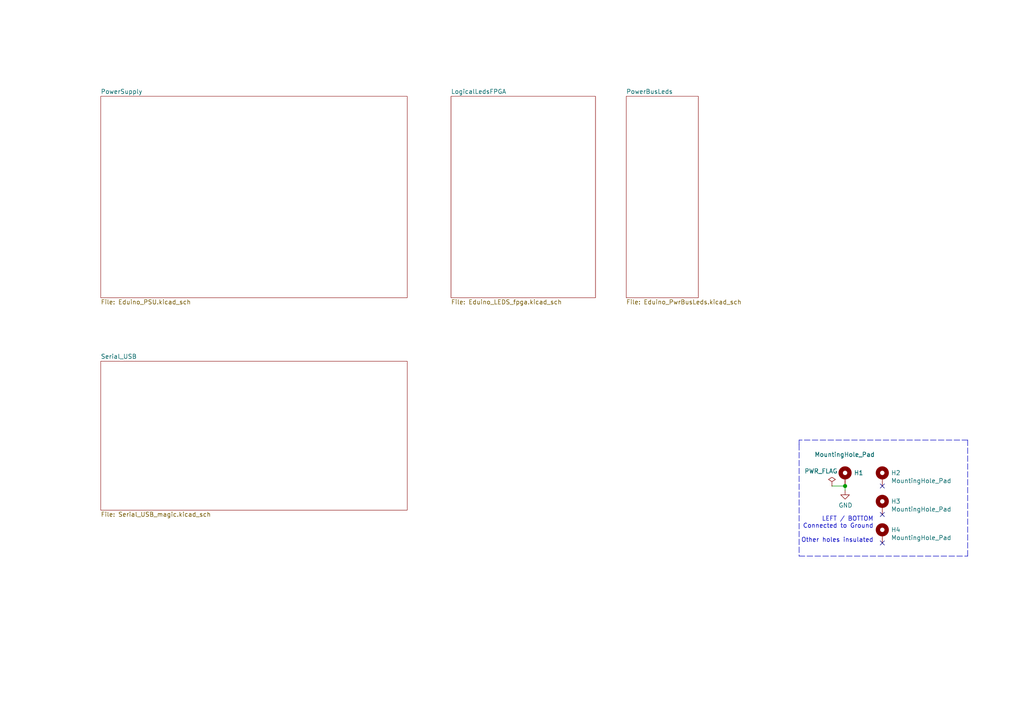
<source format=kicad_sch>
(kicad_sch (version 20210406) (generator eeschema)
  (paper "A4")
  (junction (at 245.11 140.97) (diameter 1.016))
  (junction (at 329.565 146.05) (diameter 1.016))
  (junction (at 338.455 146.05) (diameter 1.016))
  (junction (at 338.455 166.37) (diameter 1.016))
  (junction (at 360.045 220.98) (diameter 1.016))
  (junction (at 361.315 157.48) (diameter 1.016))
  (junction (at 391.16 185.42) (diameter 1.016))
  (junction (at 413.385 101.6) (diameter 1.016))
  (junction (at 424.18 224.155) (diameter 1.016))
  (junction (at 424.18 226.695) (diameter 1.016))
  (junction (at 424.18 229.235) (diameter 1.016))
  (junction (at 424.18 231.775) (diameter 1.016))
  (junction (at 424.18 234.315) (diameter 1.016))
  (junction (at 424.18 244.475) (diameter 1.016))
  (junction (at 424.18 247.015) (diameter 1.016))
  (junction (at 424.18 249.555) (diameter 1.016))
  (junction (at 424.18 252.095) (diameter 1.016))
  (junction (at 424.18 254.635) (diameter 1.016))
  (junction (at 424.18 257.175) (diameter 1.016))
  (junction (at 424.18 259.715) (diameter 1.016))
  (junction (at 428.625 220.98) (diameter 1.016))
  (junction (at 466.09 -13.97) (diameter 1.016))
  (junction (at 480.06 222.885) (diameter 1.016))
  (junction (at 480.06 226.695) (diameter 1.016))
  (junction (at 480.06 229.235) (diameter 1.016))
  (junction (at 480.06 231.775) (diameter 1.016))
  (junction (at 480.06 234.315) (diameter 1.016))
  (junction (at 480.06 247.015) (diameter 1.016))
  (junction (at 480.06 249.555) (diameter 1.016))
  (junction (at 480.06 252.095) (diameter 1.016))
  (junction (at 480.06 254.635) (diameter 1.016))
  (junction (at 480.06 257.175) (diameter 1.016))
  (junction (at 490.855 101.6) (diameter 1.016))
  (junction (at 542.29 -13.97) (diameter 1.016))
  (junction (at 554.355 136.525) (diameter 1.016))
  (no_connect (at 255.905 140.97))
  (no_connect (at 255.905 149.225))
  (no_connect (at 255.905 157.48))
  (no_connect (at 401.955 149.86))
  (no_connect (at 401.955 152.4))
  (no_connect (at 401.955 154.94))
  (no_connect (at 401.955 160.02))
  (no_connect (at 401.955 162.56))
  (no_connect (at 453.39 11.43))
  (no_connect (at 453.39 13.97))
  (no_connect (at 453.39 16.51))
  (no_connect (at 453.39 19.05))
  (no_connect (at 453.39 21.59))
  (no_connect (at 453.39 24.13))
  (no_connect (at 453.39 26.67))
  (no_connect (at 453.39 29.21))
  (no_connect (at 453.39 31.75))
  (no_connect (at 453.39 34.29))
  (no_connect (at 453.39 36.83))
  (no_connect (at 453.39 39.37))
  (no_connect (at 453.39 41.91))
  (no_connect (at 453.39 44.45))
  (no_connect (at 453.39 46.99))
  (no_connect (at 453.39 49.53))
  (no_connect (at 453.39 52.07))
  (no_connect (at 453.39 54.61))
  (no_connect (at 453.39 57.15))
  (no_connect (at 453.39 59.69))
  (no_connect (at 453.39 62.23))
  (no_connect (at 453.39 64.77))
  (no_connect (at 453.39 67.31))
  (no_connect (at 453.39 69.85))
  (no_connect (at 453.39 72.39))
  (no_connect (at 503.555 124.46))
  (no_connect (at 503.555 127))
  (no_connect (at 503.555 129.54))
  (no_connect (at 503.555 132.08))
  (no_connect (at 503.555 134.62))
  (no_connect (at 503.555 137.16))
  (no_connect (at 503.555 139.7))
  (no_connect (at 503.555 142.24))
  (no_connect (at 503.555 144.78))
  (no_connect (at 503.555 147.32))
  (no_connect (at 503.555 149.86))
  (no_connect (at 503.555 152.4))
  (no_connect (at 503.555 154.94))
  (no_connect (at 503.555 157.48))
  (no_connect (at 503.555 160.02))
  (no_connect (at 503.555 162.56))
  (no_connect (at 503.555 165.1))
  (no_connect (at 503.555 167.64))
  (no_connect (at 554.99 8.89))
  (no_connect (at 554.99 11.43))
  (wire (pts (xy 25.4 246.38) (xy 27.94 246.38)))
  (wire (pts (xy 25.4 248.92) (xy 27.94 248.92)))
  (wire (pts (xy 25.4 251.46) (xy 27.94 251.46)))
  (wire (pts (xy 25.4 254) (xy 27.94 254)))
  (wire (pts (xy 25.4 256.54) (xy 27.94 256.54)))
  (wire (pts (xy 25.4 267.97) (xy 27.94 267.97)))
  (wire (pts (xy 25.4 270.51) (xy 27.94 270.51)))
  (wire (pts (xy 25.4 273.05) (xy 27.94 273.05)))
  (wire (pts (xy 25.4 275.59) (xy 27.94 275.59)))
  (wire (pts (xy 25.4 278.13) (xy 27.94 278.13)))
  (wire (pts (xy 40.64 246.38) (xy 43.18 246.38)))
  (wire (pts (xy 40.64 248.92) (xy 43.18 248.92)))
  (wire (pts (xy 40.64 251.46) (xy 43.18 251.46)))
  (wire (pts (xy 40.64 254) (xy 43.18 254)))
  (wire (pts (xy 40.64 256.54) (xy 43.18 256.54)))
  (wire (pts (xy 40.64 267.97) (xy 43.18 267.97)))
  (wire (pts (xy 40.64 270.51) (xy 43.18 270.51)))
  (wire (pts (xy 40.64 273.05) (xy 43.18 273.05)))
  (wire (pts (xy 40.64 275.59) (xy 43.18 275.59)))
  (wire (pts (xy 40.64 278.13) (xy 40.64 280.67)))
  (wire (pts (xy 40.64 280.67) (xy 43.18 280.67)))
  (wire (pts (xy 43.18 256.54) (xy 43.18 259.08)))
  (wire (pts (xy 72.39 246.38) (xy 74.93 246.38)))
  (wire (pts (xy 72.39 248.92) (xy 74.93 248.92)))
  (wire (pts (xy 72.39 251.46) (xy 74.93 251.46)))
  (wire (pts (xy 72.39 254) (xy 74.93 254)))
  (wire (pts (xy 72.39 256.54) (xy 74.93 256.54)))
  (wire (pts (xy 72.39 266.7) (xy 74.93 266.7)))
  (wire (pts (xy 72.39 269.24) (xy 74.93 269.24)))
  (wire (pts (xy 72.39 271.78) (xy 74.93 271.78)))
  (wire (pts (xy 72.39 274.32) (xy 74.93 274.32)))
  (wire (pts (xy 72.39 276.86) (xy 74.93 276.86)))
  (wire (pts (xy 72.39 287.02) (xy 74.93 287.02)))
  (wire (pts (xy 72.39 289.56) (xy 74.93 289.56)))
  (wire (pts (xy 72.39 292.1) (xy 74.93 292.1)))
  (wire (pts (xy 72.39 294.64) (xy 74.93 294.64)))
  (wire (pts (xy 72.39 297.18) (xy 74.93 297.18)))
  (wire (pts (xy 87.63 246.38) (xy 90.17 246.38)))
  (wire (pts (xy 87.63 248.92) (xy 90.17 248.92)))
  (wire (pts (xy 87.63 251.46) (xy 90.17 251.46)))
  (wire (pts (xy 87.63 254) (xy 90.17 254)))
  (wire (pts (xy 87.63 256.54) (xy 87.63 259.08)))
  (wire (pts (xy 87.63 259.08) (xy 90.17 259.08)))
  (wire (pts (xy 87.63 266.7) (xy 90.17 266.7)))
  (wire (pts (xy 87.63 269.24) (xy 90.17 269.24)))
  (wire (pts (xy 87.63 271.78) (xy 90.17 271.78)))
  (wire (pts (xy 87.63 274.32) (xy 90.17 274.32)))
  (wire (pts (xy 87.63 276.86) (xy 90.17 276.86)))
  (wire (pts (xy 87.63 287.02) (xy 90.17 287.02)))
  (wire (pts (xy 87.63 289.56) (xy 90.17 289.56)))
  (wire (pts (xy 87.63 292.1) (xy 90.17 292.1)))
  (wire (pts (xy 87.63 294.64) (xy 90.17 294.64)))
  (wire (pts (xy 87.63 297.18) (xy 90.17 297.18)))
  (wire (pts (xy 90.17 276.86) (xy 90.17 279.4)))
  (wire (pts (xy 90.17 297.18) (xy 90.17 299.72)))
  (wire (pts (xy 117.475 245.11) (xy 120.015 245.11)))
  (wire (pts (xy 117.475 247.65) (xy 120.015 247.65)))
  (wire (pts (xy 117.475 250.19) (xy 120.015 250.19)))
  (wire (pts (xy 117.475 252.73) (xy 120.015 252.73)))
  (wire (pts (xy 117.475 255.27) (xy 120.015 255.27)))
  (wire (pts (xy 117.475 285.75) (xy 120.015 285.75)))
  (wire (pts (xy 117.475 288.29) (xy 120.015 288.29)))
  (wire (pts (xy 117.475 290.83) (xy 120.015 290.83)))
  (wire (pts (xy 117.475 293.37) (xy 120.015 293.37)))
  (wire (pts (xy 117.475 295.91) (xy 120.015 295.91)))
  (wire (pts (xy 132.715 245.11) (xy 135.255 245.11)))
  (wire (pts (xy 132.715 247.65) (xy 135.255 247.65)))
  (wire (pts (xy 132.715 250.19) (xy 135.255 250.19)))
  (wire (pts (xy 132.715 252.73) (xy 135.255 252.73)))
  (wire (pts (xy 132.715 255.27) (xy 135.255 255.27)))
  (wire (pts (xy 132.715 285.75) (xy 135.255 285.75)))
  (wire (pts (xy 132.715 288.29) (xy 135.255 288.29)))
  (wire (pts (xy 132.715 290.83) (xy 135.255 290.83)))
  (wire (pts (xy 132.715 293.37) (xy 135.255 293.37)))
  (wire (pts (xy 132.715 295.91) (xy 135.255 295.91)))
  (wire (pts (xy 135.255 255.27) (xy 135.255 257.81)))
  (wire (pts (xy 135.255 295.91) (xy 135.255 298.45)))
  (wire (pts (xy 153.67 245.11) (xy 156.21 245.11)))
  (wire (pts (xy 153.67 247.65) (xy 156.21 247.65)))
  (wire (pts (xy 153.67 250.19) (xy 156.21 250.19)))
  (wire (pts (xy 153.67 252.73) (xy 156.21 252.73)))
  (wire (pts (xy 153.67 255.27) (xy 156.21 255.27)))
  (wire (pts (xy 168.91 245.11) (xy 171.45 245.11)))
  (wire (pts (xy 168.91 247.65) (xy 171.45 247.65)))
  (wire (pts (xy 168.91 250.19) (xy 171.45 250.19)))
  (wire (pts (xy 168.91 252.73) (xy 171.45 252.73)))
  (wire (pts (xy 168.91 255.27) (xy 171.45 255.27)))
  (wire (pts (xy 171.45 255.27) (xy 171.45 257.81)))
  (wire (pts (xy 241.3 140.97) (xy 245.11 140.97)))
  (wire (pts (xy 245.11 142.24) (xy 245.11 140.97)))
  (wire (pts (xy 325.755 146.05) (xy 329.565 146.05)))
  (wire (pts (xy 325.755 154.94) (xy 325.755 146.05)))
  (wire (pts (xy 325.755 160.02) (xy 325.755 166.37)))
  (wire (pts (xy 325.755 166.37) (xy 338.455 166.37)))
  (wire (pts (xy 329.565 146.05) (xy 329.565 157.48)))
  (wire (pts (xy 330.835 157.48) (xy 329.565 157.48)))
  (wire (pts (xy 338.455 141.605) (xy 338.455 146.05)))
  (wire (pts (xy 338.455 146.05) (xy 329.565 146.05)))
  (wire (pts (xy 338.455 146.05) (xy 338.455 149.86)))
  (wire (pts (xy 338.455 165.1) (xy 338.455 166.37)))
  (wire (pts (xy 342.9 14.605) (xy 344.805 14.605)))
  (wire (pts (xy 342.9 17.145) (xy 344.805 17.145)))
  (wire (pts (xy 342.9 19.685) (xy 344.805 19.685)))
  (wire (pts (xy 342.9 22.225) (xy 344.805 22.225)))
  (wire (pts (xy 342.9 24.765) (xy 344.805 24.765)))
  (wire (pts (xy 342.9 27.305) (xy 344.805 27.305)))
  (wire (pts (xy 346.075 157.48) (xy 349.25 157.48)))
  (wire (pts (xy 348.615 226.695) (xy 349.885 226.695)))
  (wire (pts (xy 348.615 229.235) (xy 349.885 229.235)))
  (wire (pts (xy 348.615 231.775) (xy 349.885 231.775)))
  (wire (pts (xy 354.33 157.48) (xy 361.315 157.48)))
  (wire (pts (xy 360.045 212.09) (xy 360.045 215.265)))
  (wire (pts (xy 360.045 220.345) (xy 360.045 220.98)))
  (wire (pts (xy 360.045 220.98) (xy 360.045 221.615)))
  (wire (pts (xy 360.045 220.98) (xy 366.395 220.98)))
  (wire (pts (xy 360.045 236.855) (xy 360.045 238.125)))
  (wire (pts (xy 361.315 146.05) (xy 338.455 146.05)))
  (wire (pts (xy 361.315 146.05) (xy 361.315 150.495)))
  (wire (pts (xy 361.315 155.575) (xy 361.315 157.48)))
  (wire (pts (xy 361.315 159.385) (xy 361.315 157.48)))
  (wire (pts (xy 361.315 164.465) (xy 361.315 166.37)))
  (wire (pts (xy 366.395 220.345) (xy 366.395 220.98)))
  (wire (pts (xy 367.03 157.48) (xy 361.315 157.48)))
  (wire (pts (xy 370.205 226.695) (xy 371.475 226.695)))
  (wire (pts (xy 370.205 229.235) (xy 371.475 229.235)))
  (wire (pts (xy 370.205 231.775) (xy 371.475 231.775)))
  (wire (pts (xy 389.89 185.42) (xy 391.16 185.42)))
  (wire (pts (xy 389.89 187.96) (xy 396.24 187.96)))
  (wire (pts (xy 391.16 177.165) (xy 391.16 178.435)))
  (wire (pts (xy 391.16 183.515) (xy 391.16 185.42)))
  (wire (pts (xy 391.16 185.42) (xy 401.955 185.42)))
  (wire (pts (xy 392.303 127) (xy 394.335 127)))
  (wire (pts (xy 392.303 144.78) (xy 394.97 144.78)))
  (wire (pts (xy 392.43 134.62) (xy 395.097 134.62)))
  (wire (pts (xy 392.43 147.32) (xy 401.955 147.32)))
  (wire (pts (xy 392.557 137.16) (xy 395.097 137.16)))
  (wire (pts (xy 392.557 139.7) (xy 395.097 139.7)))
  (wire (pts (xy 392.557 142.24) (xy 395.097 142.24)))
  (wire (pts (xy 399.415 40.005) (xy 400.685 40.005)))
  (wire (pts (xy 399.415 42.545) (xy 400.685 42.545)))
  (wire (pts (xy 399.415 45.085) (xy 400.685 45.085)))
  (wire (pts (xy 399.415 47.625) (xy 400.685 47.625)))
  (wire (pts (xy 399.415 52.705) (xy 400.685 52.705)))
  (wire (pts (xy 399.415 55.245) (xy 400.685 55.245)))
  (wire (pts (xy 399.415 60.325) (xy 400.685 60.325)))
  (wire (pts (xy 399.415 65.405) (xy 400.685 65.405)))
  (wire (pts (xy 399.415 127) (xy 401.955 127)))
  (wire (pts (xy 399.415 157.48) (xy 401.955 157.48)))
  (wire (pts (xy 400.05 144.78) (xy 401.955 144.78)))
  (wire (pts (xy 400.177 134.62) (xy 401.955 134.62)))
  (wire (pts (xy 400.177 137.16) (xy 401.955 137.16)))
  (wire (pts (xy 400.177 139.7) (xy 401.955 139.7)))
  (wire (pts (xy 400.177 142.24) (xy 401.955 142.24)))
  (wire (pts (xy 401.32 187.96) (xy 401.955 187.96)))
  (wire (pts (xy 401.955 124.46) (xy 399.415 124.46)))
  (wire (pts (xy 412.115 101.6) (xy 412.115 104.14)))
  (wire (pts (xy 412.115 101.6) (xy 413.385 101.6)))
  (wire (pts (xy 413.385 101.6) (xy 414.655 101.6)))
  (wire (pts (xy 414.655 101.6) (xy 414.655 104.14)))
  (wire (pts (xy 424.18 217.805) (xy 424.18 224.155)))
  (wire (pts (xy 424.18 224.155) (xy 424.18 226.695)))
  (wire (pts (xy 424.18 224.155) (xy 428.625 224.155)))
  (wire (pts (xy 424.18 226.695) (xy 427.355 226.695)))
  (wire (pts (xy 424.18 229.235) (xy 424.18 226.695)))
  (wire (pts (xy 424.18 231.775) (xy 424.18 229.235)))
  (wire (pts (xy 424.18 234.315) (xy 424.18 231.775)))
  (wire (pts (xy 424.18 236.855) (xy 424.18 234.315)))
  (wire (pts (xy 424.18 236.855) (xy 427.355 236.855)))
  (wire (pts (xy 424.18 241.935) (xy 424.18 244.475)))
  (wire (pts (xy 424.18 244.475) (xy 427.355 244.475)))
  (wire (pts (xy 424.18 247.015) (xy 424.18 244.475)))
  (wire (pts (xy 424.18 249.555) (xy 424.18 247.015)))
  (wire (pts (xy 424.18 252.095) (xy 424.18 249.555)))
  (wire (pts (xy 424.18 254.635) (xy 424.18 252.095)))
  (wire (pts (xy 424.18 257.175) (xy 424.18 254.635)))
  (wire (pts (xy 424.18 259.715) (xy 424.18 257.175)))
  (wire (pts (xy 424.18 259.715) (xy 424.18 262.255)))
  (wire (pts (xy 427.355 229.235) (xy 424.18 229.235)))
  (wire (pts (xy 427.355 231.775) (xy 424.18 231.775)))
  (wire (pts (xy 427.355 234.315) (xy 424.18 234.315)))
  (wire (pts (xy 427.355 241.935) (xy 424.18 241.935)))
  (wire (pts (xy 427.355 247.015) (xy 424.18 247.015)))
  (wire (pts (xy 427.355 249.555) (xy 424.18 249.555)))
  (wire (pts (xy 427.355 252.095) (xy 424.18 252.095)))
  (wire (pts (xy 427.355 254.635) (xy 424.18 254.635)))
  (wire (pts (xy 427.355 257.175) (xy 424.18 257.175)))
  (wire (pts (xy 427.355 259.715) (xy 424.18 259.715)))
  (wire (pts (xy 427.355 263.525) (xy 427.355 259.715)))
  (wire (pts (xy 428.625 217.17) (xy 428.625 220.98)))
  (wire (pts (xy 428.625 220.98) (xy 428.625 224.155)))
  (wire (pts (xy 429.26 263.525) (xy 427.355 263.525)))
  (wire (pts (xy 429.895 220.98) (xy 428.625 220.98)))
  (wire (pts (xy 463.55 -13.97) (xy 466.09 -13.97)))
  (wire (pts (xy 463.55 -11.43) (xy 463.55 -13.97)))
  (wire (pts (xy 466.09 -13.97) (xy 468.63 -13.97)))
  (wire (pts (xy 466.09 -11.43) (xy 466.09 -13.97)))
  (wire (pts (xy 468.63 -13.97) (xy 468.63 -11.43)))
  (wire (pts (xy 477.52 217.805) (xy 477.52 222.885)))
  (wire (pts (xy 477.52 222.885) (xy 480.06 222.885)))
  (wire (pts (xy 478.155 229.235) (xy 480.06 229.235)))
  (wire (pts (xy 478.155 231.775) (xy 480.06 231.775)))
  (wire (pts (xy 478.155 234.315) (xy 480.06 234.315)))
  (wire (pts (xy 478.155 236.855) (xy 480.06 236.855)))
  (wire (pts (xy 478.155 244.475) (xy 480.06 244.475)))
  (wire (pts (xy 478.155 247.015) (xy 480.06 247.015)))
  (wire (pts (xy 478.155 249.555) (xy 480.06 249.555)))
  (wire (pts (xy 478.155 252.095) (xy 480.06 252.095)))
  (wire (pts (xy 478.155 254.635) (xy 480.06 254.635)))
  (wire (pts (xy 478.155 257.175) (xy 480.06 257.175)))
  (wire (pts (xy 480.06 217.805) (xy 480.06 222.885)))
  (wire (pts (xy 480.06 226.695) (xy 478.155 226.695)))
  (wire (pts (xy 480.06 226.695) (xy 480.06 222.885)))
  (wire (pts (xy 480.06 229.235) (xy 480.06 226.695)))
  (wire (pts (xy 480.06 231.775) (xy 480.06 229.235)))
  (wire (pts (xy 480.06 231.775) (xy 480.06 234.315)))
  (wire (pts (xy 480.06 236.855) (xy 480.06 234.315)))
  (wire (pts (xy 480.06 244.475) (xy 480.06 247.015)))
  (wire (pts (xy 480.06 247.015) (xy 480.06 249.555)))
  (wire (pts (xy 480.06 249.555) (xy 480.06 252.095)))
  (wire (pts (xy 480.06 252.095) (xy 480.06 254.635)))
  (wire (pts (xy 480.06 254.635) (xy 480.06 257.175)))
  (wire (pts (xy 480.06 257.175) (xy 480.06 262.255)))
  (wire (pts (xy 488.315 101.6) (xy 490.855 101.6)))
  (wire (pts (xy 488.315 104.14) (xy 488.315 101.6)))
  (wire (pts (xy 490.855 101.6) (xy 493.395 101.6)))
  (wire (pts (xy 490.855 104.14) (xy 490.855 101.6)))
  (wire (pts (xy 493.395 101.6) (xy 493.395 104.14)))
  (wire (pts (xy 503.555 170.18) (xy 507.365 170.18)))
  (wire (pts (xy 503.555 172.72) (xy 507.365 172.72)))
  (wire (pts (xy 503.555 175.26) (xy 507.365 175.26)))
  (wire (pts (xy 503.555 177.8) (xy 507.365 177.8)))
  (wire (pts (xy 539.75 -13.97) (xy 542.29 -13.97)))
  (wire (pts (xy 539.75 -11.43) (xy 539.75 -13.97)))
  (wire (pts (xy 542.29 -13.97) (xy 544.83 -13.97)))
  (wire (pts (xy 542.29 -11.43) (xy 542.29 -13.97)))
  (wire (pts (xy 544.83 -13.97) (xy 544.83 -11.43)))
  (wire (pts (xy 554.355 126.365) (xy 554.355 128.905)))
  (wire (pts (xy 554.355 133.985) (xy 554.355 136.525)))
  (wire (pts (xy 554.355 136.525) (xy 554.355 139.065)))
  (wire (pts (xy 554.99 13.97) (xy 558.165 13.97)))
  (wire (pts (xy 554.99 16.51) (xy 558.165 16.51)))
  (wire (pts (xy 554.99 19.05) (xy 558.165 19.05)))
  (wire (pts (xy 554.99 21.59) (xy 558.165 21.59)))
  (wire (pts (xy 554.99 34.29) (xy 558.8 34.29)))
  (wire (pts (xy 554.99 36.83) (xy 558.8 36.83)))
  (wire (pts (xy 554.99 39.37) (xy 558.8 39.37)))
  (wire (pts (xy 554.99 41.91) (xy 558.8 41.91)))
  (wire (pts (xy 554.99 44.45) (xy 556.895 44.45)))
  (wire (pts (xy 554.99 46.99) (xy 556.895 46.99)))
  (wire (pts (xy 554.99 49.53) (xy 556.895 49.53)))
  (wire (pts (xy 554.99 52.07) (xy 556.895 52.07)))
  (wire (pts (xy 556.895 136.525) (xy 554.355 136.525)))
  (wire (pts (xy 572.77 233.045) (xy 572.77 236.855)))
  (wire (pts (xy 573.405 126.365) (xy 573.405 128.905)))
  (wire (pts (xy 573.405 133.985) (xy 573.405 136.525)))
  (wire (pts (xy 582.93 219.71) (xy 582.93 220.98)))
  (wire (pts (xy 582.93 220.98) (xy 584.835 220.98)))
  (wire (pts (xy 589.915 220.98) (xy 591.185 220.98)))
  (wire (pts (xy 591.185 220.98) (xy 591.185 219.71)))
  (wire (pts (xy 593.09 127) (xy 593.09 128.905)))
  (wire (pts (xy 593.09 133.985) (xy 593.09 136.525)))
  (wire (pts (xy 594.36 150.114) (xy 594.36 152.4)))
  (wire (pts (xy 594.36 157.48) (xy 594.36 160.02)))
  (wire (pts (xy 594.36 160.02) (xy 595.63 160.02)))
  (wire (pts (xy 594.36 163.83) (xy 594.36 165.735)))
  (wire (pts (xy 594.36 170.815) (xy 594.36 173.99)))
  (wire (pts (xy 595.63 163.83) (xy 594.36 163.83)))
  (wire (pts (xy 600.075 219.71) (xy 600.075 220.98)))
  (wire (pts (xy 600.075 220.98) (xy 601.345 220.98)))
  (wire (pts (xy 601.98 232.41) (xy 601.98 236.22)))
  (wire (pts (xy 606.425 220.98) (xy 607.695 220.98)))
  (wire (pts (xy 607.695 219.71) (xy 607.695 220.98)))
  (wire (pts (xy 621.03 163.83) (xy 622.935 163.83)))
  (wire (pts (xy 622.935 163.83) (xy 622.935 165.735)))
  (wire (pts (xy 622.935 170.815) (xy 622.935 173.99)))
  (wire (pts (xy 631.19 165.735) (xy 638.175 165.735)))
  (wire (pts (xy 631.19 170.815) (xy 631.19 172.72)))
  (polyline (pts (xy 231.775 127.635) (xy 231.775 128.905)) (stroke (width 0) (type dash)))
  (polyline (pts (xy 231.775 128.905) (xy 231.775 161.29)) (stroke (width 0) (type dash)))
  (polyline (pts (xy 231.775 161.29) (xy 280.67 161.29)) (stroke (width 0) (type dash)))
  (polyline (pts (xy 280.67 127.635) (xy 231.775 127.635)) (stroke (width 0) (type dash)))
  (polyline (pts (xy 280.67 161.29) (xy 280.67 127.635)) (stroke (width 0) (type dash)))
  (polyline (pts (xy 329.565 5.715) (xy 329.565 31.75)) (stroke (width 0) (type dash)))
  (polyline (pts (xy 329.565 5.715) (xy 367.03 5.715)) (stroke (width 0) (type dash)))
  (polyline (pts (xy 367.03 5.715) (xy 367.03 31.75)) (stroke (width 0) (type dash)))
  (polyline (pts (xy 367.03 31.75) (xy 329.565 31.75)) (stroke (width 0) (type dash)))
  (polyline (pts (xy 565.785 213.36) (xy 565.785 254)) (stroke (width 0) (type dash)))
  (polyline (pts (xy 565.785 213.36) (xy 622.935 213.36)) (stroke (width 0) (type dash)))
  (polyline (pts (xy 565.785 254) (xy 622.935 254)) (stroke (width 0) (type dash)))
  (polyline (pts (xy 622.935 254) (xy 622.935 213.36)) (stroke (width 0) (type dash)))
  (text "https://lcsc.com/product-detail/CPLD-FPGA_XILINX_XC6SLX9-2TQG144C_XC6SLX9-2TQG144C_C27408.html/?href=jlc-SMT" (at 3.81 218.44 0) (effects (font (size 1.27 1.27)) (justify left bottom)))
  (text "https://lcsc.com/product-detail/Multilayer-Ceramic-Capacitors-MLCC-SMD-SMT_SAMSUNG_CL10A105KB8NNNC_1uF-105-10-50V_C15849.html/?href=jlc-SMT" (at 3.81 222.25 0) (effects (font (size 1.27 1.27)) (justify left bottom)))
  (text "LEFT / BOTTOM\nConnected to Ground\n\nOther holes insulated" (at 253.365 157.48 0) (effects (font (size 1.27 1.27)) (justify right bottom)))
  (text "JTAG for access to FPGA" (at 359.41 10.795 180) (effects (font (size 1.27 1.27)) (justify right bottom)))
  (text "+3.3V is VAUX\n+1.2V is VCCINT" (at 445.77 216.535 0) (effects (font (size 1.27 1.27)) (justify left bottom)))
  (text "Bread-Board Area" (at 621.665 248.92 180) (effects (font (size 1.27 1.27)) (justify right bottom)))
  (global_label "GND" (shape input) (at 25.4 246.38 180) (property "Intersheet References" "${INTERSHEET_REFS}" (effects hide)))
  (global_label "3V3" (shape input) (at 25.4 248.92 180) (property "Intersheet References" "${INTERSHEET_REFS}" (effects hide)))
  (global_label "3V3" (shape input) (at 25.4 251.46 180) (property "Intersheet References" "${INTERSHEET_REFS}" (effects hide)))
  (global_label "5V0" (shape input) (at 25.4 254 180) (property "Intersheet References" "${INTERSHEET_REFS}" (effects hide)))
  (global_label "5V0" (shape input) (at 25.4 256.54 180) (property "Intersheet References" "${INTERSHEET_REFS}" (effects hide)))
  (global_label "GND" (shape input) (at 25.4 267.97 180) (property "Intersheet References" "${INTERSHEET_REFS}" (effects hide)))
  (global_label "3V3" (shape input) (at 25.4 270.51 180) (property "Intersheet References" "${INTERSHEET_REFS}" (effects hide)))
  (global_label "3V3" (shape input) (at 25.4 273.05 180) (property "Intersheet References" "${INTERSHEET_REFS}" (effects hide)))
  (global_label "5V0" (shape input) (at 25.4 275.59 180) (property "Intersheet References" "${INTERSHEET_REFS}" (effects hide)))
  (global_label "5V0" (shape input) (at 25.4 278.13 180) (property "Intersheet References" "${INTERSHEET_REFS}" (effects hide)))
  (global_label "GND" (shape input) (at 43.18 259.08 0) (property "Intersheet References" "${INTERSHEET_REFS}" (effects hide)))
  (global_label "GND" (shape input) (at 43.18 280.67 0) (property "Intersheet References" "${INTERSHEET_REFS}" (effects hide)))
  (global_label "L32P" (shape input) (at 53.34 246.38 0) (property "Intersheet References" "${INTERSHEET_REFS}" (effects hide)))
  (global_label "L32N" (shape input) (at 53.34 248.92 0) (property "Intersheet References" "${INTERSHEET_REFS}" (effects hide)))
  (global_label "L33P" (shape input) (at 53.34 251.46 0) (property "Intersheet References" "${INTERSHEET_REFS}" (effects hide)))
  (global_label "L33N" (shape input) (at 53.34 254 0) (property "Intersheet References" "${INTERSHEET_REFS}" (effects hide)))
  (global_label "L34P" (shape input) (at 53.34 267.97 0) (property "Intersheet References" "${INTERSHEET_REFS}" (effects hide)))
  (global_label "L34N" (shape input) (at 53.34 270.51 0) (property "Intersheet References" "${INTERSHEET_REFS}" (effects hide)))
  (global_label "L40P" (shape input) (at 53.34 273.05 0) (property "Intersheet References" "${INTERSHEET_REFS}" (effects hide)))
  (global_label "L40N" (shape input) (at 53.34 275.59 0) (property "Intersheet References" "${INTERSHEET_REFS}" (effects hide)))
  (global_label "GND" (shape input) (at 72.39 246.38 180) (property "Intersheet References" "${INTERSHEET_REFS}" (effects hide)))
  (global_label "3V3" (shape input) (at 72.39 248.92 180) (property "Intersheet References" "${INTERSHEET_REFS}" (effects hide)))
  (global_label "3V3" (shape input) (at 72.39 251.46 180) (property "Intersheet References" "${INTERSHEET_REFS}" (effects hide)))
  (global_label "5V0" (shape input) (at 72.39 254 180) (property "Intersheet References" "${INTERSHEET_REFS}" (effects hide)))
  (global_label "5V0" (shape input) (at 72.39 256.54 180) (property "Intersheet References" "${INTERSHEET_REFS}" (effects hide)))
  (global_label "GND" (shape input) (at 72.39 266.7 180) (property "Intersheet References" "${INTERSHEET_REFS}" (effects hide)))
  (global_label "3V3" (shape input) (at 72.39 269.24 180) (property "Intersheet References" "${INTERSHEET_REFS}" (effects hide)))
  (global_label "3V3" (shape input) (at 72.39 271.78 180) (property "Intersheet References" "${INTERSHEET_REFS}" (effects hide)))
  (global_label "5V0" (shape input) (at 72.39 274.32 180) (property "Intersheet References" "${INTERSHEET_REFS}" (effects hide)))
  (global_label "5V0" (shape input) (at 72.39 276.86 180) (property "Intersheet References" "${INTERSHEET_REFS}" (effects hide)))
  (global_label "GND" (shape input) (at 72.39 287.02 180) (property "Intersheet References" "${INTERSHEET_REFS}" (effects hide)))
  (global_label "3V3" (shape input) (at 72.39 289.56 180) (property "Intersheet References" "${INTERSHEET_REFS}" (effects hide)))
  (global_label "3V3" (shape input) (at 72.39 292.1 180) (property "Intersheet References" "${INTERSHEET_REFS}" (effects hide)))
  (global_label "5V0" (shape input) (at 72.39 294.64 180) (property "Intersheet References" "${INTERSHEET_REFS}" (effects hide)))
  (global_label "5V0" (shape input) (at 72.39 297.18 180) (property "Intersheet References" "${INTERSHEET_REFS}" (effects hide)))
  (global_label "GND" (shape input) (at 90.17 259.08 0) (property "Intersheet References" "${INTERSHEET_REFS}" (effects hide)))
  (global_label "GND" (shape input) (at 90.17 279.4 0) (property "Intersheet References" "${INTERSHEET_REFS}" (effects hide)))
  (global_label "GND" (shape input) (at 90.17 299.72 0) (property "Intersheet References" "${INTERSHEET_REFS}" (effects hide)))
  (global_label "L41P" (shape input) (at 100.33 246.38 0) (property "Intersheet References" "${INTERSHEET_REFS}" (effects hide)))
  (global_label "L41N" (shape input) (at 100.33 248.92 0) (property "Intersheet References" "${INTERSHEET_REFS}" (effects hide)))
  (global_label "L42P" (shape input) (at 100.33 251.46 0) (property "Intersheet References" "${INTERSHEET_REFS}" (effects hide)))
  (global_label "L42N" (shape input) (at 100.33 254 0) (property "Intersheet References" "${INTERSHEET_REFS}" (effects hide)))
  (global_label "L43P" (shape input) (at 100.33 266.7 0) (property "Intersheet References" "${INTERSHEET_REFS}" (effects hide)))
  (global_label "L43N" (shape input) (at 100.33 269.24 0) (property "Intersheet References" "${INTERSHEET_REFS}" (effects hide)))
  (global_label "L45P" (shape input) (at 100.33 271.78 0) (property "Intersheet References" "${INTERSHEET_REFS}" (effects hide)))
  (global_label "L45N" (shape input) (at 100.33 274.32 0) (property "Intersheet References" "${INTERSHEET_REFS}" (effects hide)))
  (global_label "L50P" (shape input) (at 100.33 287.02 0) (property "Intersheet References" "${INTERSHEET_REFS}" (effects hide)))
  (global_label "L50N" (shape input) (at 100.33 289.56 0) (property "Intersheet References" "${INTERSHEET_REFS}" (effects hide)))
  (global_label "L51P" (shape input) (at 100.33 292.1 0) (property "Intersheet References" "${INTERSHEET_REFS}" (effects hide)))
  (global_label "L51N" (shape input) (at 100.33 294.64 0) (property "Intersheet References" "${INTERSHEET_REFS}" (effects hide)))
  (global_label "GND" (shape input) (at 117.475 245.11 180) (property "Intersheet References" "${INTERSHEET_REFS}" (effects hide)))
  (global_label "3V3" (shape input) (at 117.475 247.65 180) (property "Intersheet References" "${INTERSHEET_REFS}" (effects hide)))
  (global_label "3V3" (shape input) (at 117.475 250.19 180) (property "Intersheet References" "${INTERSHEET_REFS}" (effects hide)))
  (global_label "5V0" (shape input) (at 117.475 252.73 180) (property "Intersheet References" "${INTERSHEET_REFS}" (effects hide)))
  (global_label "5V0" (shape input) (at 117.475 255.27 180) (property "Intersheet References" "${INTERSHEET_REFS}" (effects hide)))
  (global_label "GND" (shape input) (at 117.475 285.75 180) (property "Intersheet References" "${INTERSHEET_REFS}" (effects hide)))
  (global_label "3V3" (shape input) (at 117.475 288.29 180) (property "Intersheet References" "${INTERSHEET_REFS}" (effects hide)))
  (global_label "3V3" (shape input) (at 117.475 290.83 180) (property "Intersheet References" "${INTERSHEET_REFS}" (effects hide)))
  (global_label "5V0" (shape input) (at 117.475 293.37 180) (property "Intersheet References" "${INTERSHEET_REFS}" (effects hide)))
  (global_label "5V0" (shape input) (at 117.475 295.91 180) (property "Intersheet References" "${INTERSHEET_REFS}" (effects hide)))
  (global_label "L48P" (shape input) (at 135.255 245.11 0) (property "Intersheet References" "${INTERSHEET_REFS}" (effects hide)))
  (global_label "L48N" (shape input) (at 135.255 247.65 0) (property "Intersheet References" "${INTERSHEET_REFS}" (effects hide)))
  (global_label "L49P" (shape input) (at 135.255 250.19 0) (property "Intersheet References" "${INTERSHEET_REFS}" (effects hide)))
  (global_label "L49N" (shape input) (at 135.255 252.73 0) (property "Intersheet References" "${INTERSHEET_REFS}" (effects hide)))
  (global_label "GND" (shape input) (at 135.255 257.81 0) (property "Intersheet References" "${INTERSHEET_REFS}" (effects hide)))
  (global_label "GND" (shape input) (at 135.255 298.45 0) (property "Intersheet References" "${INTERSHEET_REFS}" (effects hide)))
  (global_label "L52P" (shape input) (at 145.415 285.75 0) (property "Intersheet References" "${INTERSHEET_REFS}" (effects hide)))
  (global_label "L52N" (shape input) (at 145.415 288.29 0) (property "Intersheet References" "${INTERSHEET_REFS}" (effects hide)))
  (global_label "L83P" (shape input) (at 145.415 290.83 0) (property "Intersheet References" "${INTERSHEET_REFS}" (effects hide)))
  (global_label "L83N" (shape input) (at 145.415 293.37 0) (property "Intersheet References" "${INTERSHEET_REFS}" (effects hide)))
  (global_label "GND" (shape input) (at 153.67 245.11 180) (property "Intersheet References" "${INTERSHEET_REFS}" (effects hide)))
  (global_label "3V3" (shape input) (at 153.67 247.65 180) (property "Intersheet References" "${INTERSHEET_REFS}" (effects hide)))
  (global_label "3V3" (shape input) (at 153.67 250.19 180) (property "Intersheet References" "${INTERSHEET_REFS}" (effects hide)))
  (global_label "5V0" (shape input) (at 153.67 252.73 180) (property "Intersheet References" "${INTERSHEET_REFS}" (effects hide)))
  (global_label "5V0" (shape input) (at 153.67 255.27 180) (property "Intersheet References" "${INTERSHEET_REFS}" (effects hide)))
  (global_label "L62P" (shape input) (at 171.45 245.11 0) (property "Intersheet References" "${INTERSHEET_REFS}" (effects hide)))
  (global_label "L62N" (shape input) (at 171.45 247.65 0) (property "Intersheet References" "${INTERSHEET_REFS}" (effects hide)))
  (global_label "L64P" (shape input) (at 171.45 250.19 0) (property "Intersheet References" "${INTERSHEET_REFS}" (effects hide)))
  (global_label "L64N" (shape input) (at 171.45 252.73 0) (property "Intersheet References" "${INTERSHEET_REFS}" (effects hide)))
  (global_label "GND" (shape input) (at 171.45 257.81 0) (property "Intersheet References" "${INTERSHEET_REFS}" (effects hide)))
  (global_label "JTAG_TMS" (shape input) (at 342.9 14.605 180) (property "Intersheet References" "${INTERSHEET_REFS}" (effects hide)))
  (global_label "JTAG_TDI" (shape input) (at 342.9 17.145 180) (property "Intersheet References" "${INTERSHEET_REFS}" (effects hide)))
  (global_label "JTAG_TDO" (shape input) (at 342.9 19.685 180) (property "Intersheet References" "${INTERSHEET_REFS}" (effects hide)))
  (global_label "JTAG_TCK" (shape input) (at 342.9 22.225 180) (property "Intersheet References" "${INTERSHEET_REFS}" (effects hide)))
  (global_label "JTAG_GND" (shape input) (at 342.9 24.765 180) (property "Intersheet References" "${INTERSHEET_REFS}" (effects hide)))
  (global_label "JTAG_VAUX" (shape input) (at 342.9 27.305 180) (property "Intersheet References" "${INTERSHEET_REFS}" (effects hide)))
  (global_label "SPIRAM_WP" (shape input) (at 348.615 226.695 180) (property "Intersheet References" "${INTERSHEET_REFS}" (effects hide)))
  (global_label "SPIRAM_HOLD" (shape input) (at 348.615 229.235 180) (property "Intersheet References" "${INTERSHEET_REFS}" (effects hide)))
  (global_label "SPIRAM_CS" (shape input) (at 348.615 231.775 180) (property "Intersheet References" "${INTERSHEET_REFS}" (effects hide)))
  (global_label "USER_CLOCK" (shape input) (at 367.03 157.48 0) (property "Intersheet References" "${INTERSHEET_REFS}" (effects hide)))
  (global_label "SPIRAM_SCK" (shape input) (at 371.475 226.695 0) (property "Intersheet References" "${INTERSHEET_REFS}" (effects hide)))
  (global_label "SPIRAM_MOSI" (shape input) (at 371.475 229.235 0) (property "Intersheet References" "${INTERSHEET_REFS}" (effects hide)))
  (global_label "SPIRAM_MISO" (shape input) (at 371.475 231.775 0) (property "Intersheet References" "${INTERSHEET_REFS}" (effects hide)))
  (global_label "INIT_B_2" (shape input) (at 389.89 185.42 180) (property "Intersheet References" "${INTERSHEET_REFS}" (effects hide)))
  (global_label "CSO_B_2" (shape input) (at 389.89 187.96 180) (property "Intersheet References" "${INTERSHEET_REFS}" (effects hide)))
  (global_label "FPGA_M0" (shape input) (at 392.303 127 180) (property "Intersheet References" "${INTERSHEET_REFS}" (effects hide)))
  (global_label "FPGA_M1" (shape input) (at 392.303 144.78 180) (property "Intersheet References" "${INTERSHEET_REFS}" (effects hide)))
  (global_label "DIN" (shape input) (at 392.43 134.62 180) (property "Intersheet References" "${INTERSHEET_REFS}" (effects hide)))
  (global_label "DSR" (shape input) (at 392.43 147.32 180) (property "Intersheet References" "${INTERSHEET_REFS}" (effects hide)))
  (global_label "FLASH_D0" (shape input) (at 392.557 137.16 180) (property "Intersheet References" "${INTERSHEET_REFS}" (effects hide)))
  (global_label "FLASH_D2" (shape input) (at 392.557 139.7 180) (property "Intersheet References" "${INTERSHEET_REFS}" (effects hide)))
  (global_label "FLASH_D3" (shape input) (at 392.557 142.24 180) (property "Intersheet References" "${INTERSHEET_REFS}" (effects hide)))
  (global_label "FPGA_CCLK" (shape input) (at 394.335 124.46 180) (property "Intersheet References" "${INTERSHEET_REFS}" (effects hide)))
  (global_label "USER_CLOCK" (shape input) (at 399.415 157.48 180) (property "Intersheet References" "${INTERSHEET_REFS}" (effects hide)))
  (global_label "JTAG_TDI" (shape input) (at 400.685 40.005 0) (property "Intersheet References" "${INTERSHEET_REFS}" (effects hide)))
  (global_label "JTAG_TDO" (shape input) (at 400.685 42.545 0) (property "Intersheet References" "${INTERSHEET_REFS}" (effects hide)))
  (global_label "JTAG_TMS" (shape input) (at 400.685 45.085 0) (property "Intersheet References" "${INTERSHEET_REFS}" (effects hide)))
  (global_label "JTAG_TCK" (shape input) (at 400.685 47.625 0) (property "Intersheet References" "${INTERSHEET_REFS}" (effects hide)))
  (global_label "DONE_2" (shape input) (at 400.685 52.705 0) (property "Intersheet References" "${INTERSHEET_REFS}" (effects hide)))
  (global_label "PROGRAM_B_2" (shape input) (at 400.685 55.245 0) (property "Intersheet References" "${INTERSHEET_REFS}" (effects hide)))
  (global_label "SUSPEND" (shape input) (at 400.685 60.325 0) (property "Intersheet References" "${INTERSHEET_REFS}" (effects hide)))
  (global_label "CMPCS_B_2" (shape input) (at 400.685 65.405 0) (property "Intersheet References" "${INTERSHEET_REFS}" (effects hide)))
  (global_label "CTS" (shape input) (at 401.955 129.54 180) (property "Intersheet References" "${INTERSHEET_REFS}" (effects hide)))
  (global_label "RX" (shape input) (at 401.955 132.08 180) (property "Intersheet References" "${INTERSHEET_REFS}" (effects hide)))
  (global_label "L48P" (shape input) (at 401.955 165.1 180) (property "Intersheet References" "${INTERSHEET_REFS}" (effects hide)))
  (global_label "L48N" (shape input) (at 401.955 167.64 180) (property "Intersheet References" "${INTERSHEET_REFS}" (effects hide)))
  (global_label "L49P" (shape input) (at 401.955 170.18 180) (property "Intersheet References" "${INTERSHEET_REFS}" (effects hide)))
  (global_label "L49N" (shape input) (at 401.955 172.72 180) (property "Intersheet References" "${INTERSHEET_REFS}" (effects hide)))
  (global_label "L62P" (shape input) (at 401.955 175.26 180) (property "Intersheet References" "${INTERSHEET_REFS}" (effects hide)))
  (global_label "L62N" (shape input) (at 401.955 177.8 180) (property "Intersheet References" "${INTERSHEET_REFS}" (effects hide)))
  (global_label "L64P" (shape input) (at 401.955 180.34 180) (property "Intersheet References" "${INTERSHEET_REFS}" (effects hide)))
  (global_label "L64N" (shape input) (at 401.955 182.88 180) (property "Intersheet References" "${INTERSHEET_REFS}" (effects hide)))
  (global_label "VAUX_3V3" (shape input) (at 428.625 217.17 0) (property "Intersheet References" "${INTERSHEET_REFS}" (effects hide)))
  (global_label "JTAG_GND" (shape input) (at 429.26 263.525 0) (property "Intersheet References" "${INTERSHEET_REFS}" (effects hide)))
  (global_label "JTAG_VAUX" (shape input) (at 429.895 220.98 0) (property "Intersheet References" "${INTERSHEET_REFS}" (effects hide)))
  (global_label "HSWAPEN" (shape input) (at 453.39 8.89 180) (property "Intersheet References" "${INTERSHEET_REFS}" (effects hide)))
  (global_label "VINT_1V2" (shape input) (at 477.52 217.805 180) (property "Intersheet References" "${INTERSHEET_REFS}" (effects hide)))
  (global_label "L52P" (shape input) (at 503.555 180.34 0) (property "Intersheet References" "${INTERSHEET_REFS}" (effects hide)))
  (global_label "L52N" (shape input) (at 503.555 182.88 0) (property "Intersheet References" "${INTERSHEET_REFS}" (effects hide)))
  (global_label "L83P" (shape input) (at 503.555 185.42 0) (property "Intersheet References" "${INTERSHEET_REFS}" (effects hide)))
  (global_label "L83N" (shape input) (at 503.555 187.96 0) (property "Intersheet References" "${INTERSHEET_REFS}" (effects hide)))
  (global_label "L50P" (shape input) (at 507.365 170.18 0) (property "Intersheet References" "${INTERSHEET_REFS}" (effects hide)))
  (global_label "L50N" (shape input) (at 507.365 172.72 0) (property "Intersheet References" "${INTERSHEET_REFS}" (effects hide)))
  (global_label "L51P" (shape input) (at 507.365 175.26 0) (property "Intersheet References" "${INTERSHEET_REFS}" (effects hide)))
  (global_label "L51N" (shape input) (at 507.365 177.8 0) (property "Intersheet References" "${INTERSHEET_REFS}" (effects hide)))
  (global_label "L34P" (shape input) (at 554.99 24.13 0) (property "Intersheet References" "${INTERSHEET_REFS}" (effects hide)))
  (global_label "L34N" (shape input) (at 554.99 26.67 0) (property "Intersheet References" "${INTERSHEET_REFS}" (effects hide)))
  (global_label "L40P" (shape input) (at 554.99 29.21 0) (property "Intersheet References" "${INTERSHEET_REFS}" (effects hide)))
  (global_label "L40N" (shape input) (at 554.99 31.75 0) (property "Intersheet References" "${INTERSHEET_REFS}" (effects hide)))
  (global_label "SPIRAM_WP" (shape input) (at 554.99 54.61 0) (property "Intersheet References" "${INTERSHEET_REFS}" (effects hide)))
  (global_label "SPIRAM_MISO" (shape input) (at 554.99 57.15 0) (property "Intersheet References" "${INTERSHEET_REFS}" (effects hide)))
  (global_label "SPIRAM_MOSI" (shape input) (at 554.99 59.69 0) (property "Intersheet References" "${INTERSHEET_REFS}" (effects hide)))
  (global_label "SPIRAM_SCK" (shape input) (at 554.99 62.23 0) (property "Intersheet References" "${INTERSHEET_REFS}" (effects hide)))
  (global_label "SPIRAM_HOLD" (shape input) (at 554.99 64.77 0) (property "Intersheet References" "${INTERSHEET_REFS}" (effects hide)))
  (global_label "SPIRAM_CS" (shape input) (at 554.99 67.31 0) (property "Intersheet References" "${INTERSHEET_REFS}" (effects hide)))
  (global_label "L43P" (shape input) (at 556.895 44.45 0) (property "Intersheet References" "${INTERSHEET_REFS}" (effects hide)))
  (global_label "L43N" (shape input) (at 556.895 46.99 0) (property "Intersheet References" "${INTERSHEET_REFS}" (effects hide)))
  (global_label "L45P" (shape input) (at 556.895 49.53 0) (property "Intersheet References" "${INTERSHEET_REFS}" (effects hide)))
  (global_label "L45N" (shape input) (at 556.895 52.07 0) (property "Intersheet References" "${INTERSHEET_REFS}" (effects hide)))
  (global_label "DONE_2" (shape input) (at 556.895 136.525 0) (property "Intersheet References" "${INTERSHEET_REFS}" (effects hide)))
  (global_label "L32P" (shape input) (at 558.165 13.97 0) (property "Intersheet References" "${INTERSHEET_REFS}" (effects hide)))
  (global_label "L32N" (shape input) (at 558.165 16.51 0) (property "Intersheet References" "${INTERSHEET_REFS}" (effects hide)))
  (global_label "L33P" (shape input) (at 558.165 19.05 0) (property "Intersheet References" "${INTERSHEET_REFS}" (effects hide)))
  (global_label "L33N" (shape input) (at 558.165 21.59 0) (property "Intersheet References" "${INTERSHEET_REFS}" (effects hide)))
  (global_label "L41P" (shape input) (at 558.8 34.29 0) (property "Intersheet References" "${INTERSHEET_REFS}" (effects hide)))
  (global_label "L41N" (shape input) (at 558.8 36.83 0) (property "Intersheet References" "${INTERSHEET_REFS}" (effects hide)))
  (global_label "L42P" (shape input) (at 558.8 39.37 0) (property "Intersheet References" "${INTERSHEET_REFS}" (effects hide)))
  (global_label "L42N" (shape input) (at 558.8 41.91 0) (property "Intersheet References" "${INTERSHEET_REFS}" (effects hide)))
  (global_label "PROGRAM_B_2" (shape input) (at 573.405 136.525 0) (property "Intersheet References" "${INTERSHEET_REFS}" (effects hide)))
  (global_label "CMPCS_B_2" (shape input) (at 593.09 136.525 0) (property "Intersheet References" "${INTERSHEET_REFS}" (effects hide)))
  (global_label "FPGA_M0" (shape input) (at 595.63 160.02 0) (property "Intersheet References" "${INTERSHEET_REFS}" (effects hide)))
  (global_label "FPGA_M1" (shape input) (at 595.63 163.83 0) (property "Intersheet References" "${INTERSHEET_REFS}" (effects hide)))
  (global_label "SUSPEND" (shape input) (at 621.03 163.83 180) (property "Intersheet References" "${INTERSHEET_REFS}" (effects hide)))
  (global_label "HSWAPEN" (shape input) (at 638.175 165.735 0) (property "Intersheet References" "${INTERSHEET_REFS}" (effects hide)))
  (symbol (lib_id "power:Vdrive") (at 338.455 141.605 0) (unit 1)
    (property "Reference" "#PWR0147" (effects hide))
    (property "Value" "Vdrive" (at 339.09 136.525 0))
  )
  (symbol (lib_id "power:Vdrive") (at 360.045 212.09 0) (unit 1)
    (property "Reference" "#PWR0148" (effects hide))
    (property "Value" "Vdrive" (at 360.68 207.01 0))
  )
  (symbol (lib_id "power:Vdrive") (at 391.16 177.165 0) (unit 1)
    (property "Reference" "#PWR0117" (effects hide))
    (property "Value" "Vdrive" (at 387.35 177.165 0))
  )
  (symbol (lib_id "power:Vdrive") (at 413.385 101.6 0) (unit 1)
    (property "Reference" "#PWR020" (effects hide))
    (property "Value" "Vdrive" (at 419.735 102.87 0))
  )
  (symbol (lib_id "power:+3.3V") (at 424.18 217.805 0) (unit 1)
    (property "Reference" "#PWR01" (effects hide))
    (property "Value" "+3.3V" (at 423.926 212.7758 0))
  )
  (symbol (lib_id "power:Vdrive") (at 466.09 -13.97 0) (unit 1)
    (property "Reference" "#PWR03" (effects hide))
    (property "Value" "Vdrive" (at 472.44 -12.7 0))
  )
  (symbol (lib_id "power:+1V2") (at 480.06 217.805 0) (unit 1)
    (property "Reference" "#PWR06" (effects hide))
    (property "Value" "+1V2" (at 479.171 213.4108 0))
  )
  (symbol (lib_id "power:Vdrive") (at 490.855 101.6 0) (unit 1)
    (property "Reference" "#PWR021" (effects hide))
    (property "Value" "Vdrive" (at 497.205 102.87 0))
  )
  (symbol (lib_id "power:Vdrive") (at 542.29 -13.97 0) (unit 1)
    (property "Reference" "#PWR013" (effects hide))
    (property "Value" "Vdrive" (at 548.64 -12.7 0))
  )
  (symbol (lib_name "power:+3.3V_3") (lib_id "power:+3.3V") (at 554.355 126.365 0) (unit 1)
    (property "Reference" "#PWR0150" (effects hide))
    (property "Value" "+3.3V" (at 554.101 121.3358 0))
  )
  (symbol (lib_id "power:Vdrive") (at 572.77 233.045 0) (unit 1)
    (property "Reference" "#PWR0159" (effects hide))
    (property "Value" "Vdrive" (at 573.1383 228.7206 0))
  )
  (symbol (lib_id "power:Vdrive") (at 573.405 126.365 0) (unit 1)
    (property "Reference" "#PWR0135" (effects hide))
    (property "Value" "Vdrive" (at 576.961 121.285 0))
  )
  (symbol (lib_name "power:+3.3V_2") (lib_id "power:+3.3V") (at 593.09 127 0) (unit 1)
    (property "Reference" "#PWR0166" (effects hide))
    (property "Value" "+3.3V" (at 593.471 121.3358 0))
  )
  (symbol (lib_name "power:+3.3V_1") (lib_id "power:+3.3V") (at 594.36 150.114 0) (unit 1)
    (property "Reference" "#PWR0136" (effects hide))
    (property "Value" "+3.3V" (at 594.106 145.0848 0))
  )
  (symbol (lib_id "power:Vdrive") (at 601.98 232.41 0) (unit 1)
    (property "Reference" "#PWR0160" (effects hide))
    (property "Value" "Vdrive" (at 602.3483 228.0856 0))
  )
  (symbol (lib_id "power:PWR_FLAG") (at 241.3 140.97 0) (unit 1)
    (property "Reference" "#FLG0109" (effects hide))
    (property "Value" "PWR_FLAG" (at 238.125 136.6456 0))
  )
  (symbol (lib_id "power:PWR_FLAG") (at 366.395 220.345 0) (unit 1)
    (property "Reference" "#FLG0101" (effects hide))
    (property "Value" "PWR_FLAG" (at 366.395 216.0206 0))
  )
  (symbol (lib_id "Connector:TestPoint") (at 567.69 241.935 0) (unit 1)
    (property "Reference" "TP1" (at 569.0871 238.9441 0) (effects (justify left)))
    (property "Value" "TestPoint" (at 561.4671 247.5928 0) (effects (justify left)))
    (property "Footprint" "TestPoint:TestPoint_Pad_2.0x2.0mm" (effects hide))
  )
  (symbol (lib_id "Connector:TestPoint") (at 580.39 241.935 0) (unit 1)
    (property "Reference" "TP2" (at 579.8821 244.0241 0) (effects (justify left)))
    (property "Value" "TestPoint" (at 581.7871 241.2428 0) (effects (justify left)))
    (property "Footprint" "TestPoint:TestPoint_Pad_2.0x2.0mm" (effects hide))
  )
  (symbol (lib_id "Connector:TestPoint") (at 582.93 219.71 0) (unit 1)
    (property "Reference" "TP3" (at 584.3271 216.7191 0) (effects (justify left)))
    (property "Value" "TestPoint" (at 572.8971 210.1278 0) (effects (justify left)))
    (property "Footprint" "TestPoint:TestPoint_Pad_2.0x2.0mm" (effects hide))
  )
  (symbol (lib_id "Connector:TestPoint") (at 591.185 219.71 0) (unit 1)
    (property "Reference" "TP4" (at 592.5821 216.7191 0) (effects (justify left)))
    (property "Value" "TestPoint" (at 584.3271 210.1278 0) (effects (justify left)))
    (property "Footprint" "TestPoint:TestPoint_Pad_2.0x2.0mm" (effects hide))
  )
  (symbol (lib_id "Connector:TestPoint") (at 596.9 241.3 0) (unit 1)
    (property "Reference" "TP5" (at 595.1221 234.4991 0) (effects (justify left)))
    (property "Value" "TestPoint" (at 590.0421 245.6878 0) (effects (justify left)))
    (property "Footprint" "TestPoint:TestPoint_Pad_2.0x2.0mm" (effects hide))
  )
  (symbol (lib_id "Connector:TestPoint") (at 600.075 219.71 0) (unit 1)
    (property "Reference" "TP6" (at 601.4721 216.7191 0) (effects (justify left)))
    (property "Value" "TestPoint" (at 594.4871 210.1278 0) (effects (justify left)))
    (property "Footprint" "TestPoint:TestPoint_Pad_2.0x2.0mm" (effects hide))
  )
  (symbol (lib_id "Connector:TestPoint") (at 607.695 219.71 0) (unit 1)
    (property "Reference" "TP7" (at 609.0921 216.7191 0) (effects (justify left)))
    (property "Value" "TestPoint" (at 605.9171 210.1278 0) (effects (justify left)))
    (property "Footprint" "TestPoint:TestPoint_Pad_2.0x2.0mm" (effects hide))
  )
  (symbol (lib_id "Connector:TestPoint") (at 609.6 241.3 0) (unit 1)
    (property "Reference" "TP8" (at 610.9971 244.0241 0) (effects (justify left)))
    (property "Value" "TestPoint" (at 610.9971 240.6078 0) (effects (justify left)))
    (property "Footprint" "TestPoint:TestPoint_Pad_2.0x2.0mm" (effects hide))
  )
  (symbol (lib_id "power:GND") (at 245.11 142.24 0) (unit 1)
    (property "Reference" "#PWR0126" (effects hide))
    (property "Value" "GND" (at 245.2243 146.5644 0))
  )
  (symbol (lib_id "power:GND") (at 338.455 166.37 0) (unit 1)
    (property "Reference" "#PWR09" (effects hide))
    (property "Value" "GND" (at 338.582 170.7642 0))
  )
  (symbol (lib_id "power:GND") (at 360.045 238.125 0) (unit 1)
    (property "Reference" "#PWR017" (effects hide))
    (property "Value" "GND" (at 360.172 242.5192 0))
  )
  (symbol (lib_id "power:GND") (at 361.315 166.37 0) (unit 1)
    (property "Reference" "#PWR0109" (effects hide))
    (property "Value" "GND" (at 364.617 165.0492 0))
  )
  (symbol (lib_id "power:GND") (at 424.18 262.255 0) (unit 1)
    (property "Reference" "#PWR02" (effects hide))
    (property "Value" "GND" (at 424.307 266.6492 0))
  )
  (symbol (lib_id "power:GND") (at 480.06 262.255 0) (unit 1)
    (property "Reference" "#PWR07" (effects hide))
    (property "Value" "GND" (at 480.187 266.6492 0))
  )
  (symbol (lib_id "power:GND") (at 554.355 144.145 0) (unit 1)
    (property "Reference" "#PWR0118" (effects hide))
    (property "Value" "GND" (at 550.037 144.0942 0))
  )
  (symbol (lib_id "power:GND") (at 572.77 247.015 0) (unit 1)
    (property "Reference" "#PWR0144" (effects hide))
    (property "Value" "GND" (at 572.8843 251.3394 0))
  )
  (symbol (lib_id "power:GND") (at 594.36 173.99 0) (unit 1)
    (property "Reference" "#PWR0137" (effects hide))
    (property "Value" "GND" (at 594.487 178.3842 0))
  )
  (symbol (lib_id "power:GND") (at 601.98 246.38 0) (unit 1)
    (property "Reference" "#PWR0145" (effects hide))
    (property "Value" "GND" (at 602.0943 250.7044 0))
  )
  (symbol (lib_id "power:GND") (at 622.935 173.99 0) (unit 1)
    (property "Reference" "#PWR0138" (effects hide))
    (property "Value" "GND" (at 623.062 178.3842 0))
  )
  (symbol (lib_id "power:GND") (at 631.19 172.72 0) (unit 1)
    (property "Reference" "#PWR0139" (effects hide))
    (property "Value" "GND" (at 631.317 177.1142 0))
  )
  (symbol (lib_id "Device:R_Small") (at 351.79 157.48 270) (unit 1)
    (property "Reference" "R2" (at 352.9584 158.9786 0) (effects (justify left)))
    (property "Value" "0R" (at 350.647 158.9786 0) (effects (justify left)))
    (property "Footprint" "Resistor_SMD:R_0603_1608Metric" (effects hide))
    (property "Datasheet" "https://datasheet.lcsc.com/szlcsc/Uniroyal-Elec-0603WAF0000T5E_C21189.pdf" (effects hide))
    (property "LCSC" "C21189" (effects hide))
  )
  (symbol (lib_id "Device:R_Small") (at 360.045 217.805 180) (unit 1)
    (property "Reference" "R65" (at 357.2764 215.7984 90) (effects (justify left)))
    (property "Value" "0R" (at 355.3714 216.027 90) (effects (justify left)))
    (property "Footprint" "Resistor_SMD:R_0603_1608Metric" (effects hide))
    (property "Datasheet" "https://datasheet.lcsc.com/szlcsc/Uniroyal-Elec-0603WAF0000T5E_C21189.pdf" (effects hide))
    (property "LCSC" "C21189" (effects hide))
  )
  (symbol (lib_id "Device:R_Small") (at 361.315 153.035 0) (unit 1)
    (property "Reference" "R19" (at 362.8136 151.8666 0) (effects (justify left)))
    (property "Value" "100R" (at 362.8136 154.178 0) (effects (justify left)))
    (property "Footprint" "Resistor_SMD:R_0603_1608Metric" (effects hide))
    (property "Datasheet" "https://datasheet.lcsc.com/szlcsc/Uniroyal-Elec-0603WAF1000T5E_C22775.pdf" (effects hide))
    (property "LCSC" "C22775" (effects hide))
  )
  (symbol (lib_id "Device:R_Small") (at 361.315 161.925 0) (unit 1)
    (property "Reference" "R20" (at 362.8136 160.7566 0) (effects (justify left)))
    (property "Value" "100R" (at 362.8136 163.068 0) (effects (justify left)))
    (property "Footprint" "Resistor_SMD:R_0603_1608Metric" (effects hide))
    (property "Datasheet" "https://datasheet.lcsc.com/szlcsc/Uniroyal-Elec-0603WAF1000T5E_C22775.pdf" (effects hide))
    (property "LCSC" "C22775" (effects hide))
  )
  (symbol (lib_id "Device:R_Small") (at 391.16 180.975 0) (unit 1)
    (property "Reference" "R26" (at 385.6736 179.8066 0) (effects (justify left)))
    (property "Value" "4k7" (at 386.3086 182.753 0) (effects (justify left)))
    (property "Footprint" "Resistor_SMD:R_0603_1608Metric" (effects hide))
    (property "Datasheet" "https://datasheet.lcsc.com/szlcsc/Uniroyal-Elec-0603WAF4701T5E_C23162.pdf" (effects hide))
    (property "LCSC" "C23162" (effects hide))
  )
  (symbol (lib_id "Device:R_Small") (at 396.875 124.46 90) (unit 1)
    (property "Reference" "R27" (at 398.8816 121.6914 90) (effects (justify left)))
    (property "Value" "0R" (at 398.653 119.7864 90) (effects (justify left)))
    (property "Footprint" "Resistor_SMD:R_0603_1608Metric" (effects hide))
    (property "Datasheet" "https://datasheet.lcsc.com/szlcsc/Uniroyal-Elec-0603WAF0000T5E_C21189.pdf" (effects hide))
    (property "LCSC" "C21189" (effects hide))
  )
  (symbol (lib_id "Device:R_Small") (at 396.875 127 90) (unit 1)
    (property "Reference" "R42" (at 398.8816 124.2314 90) (effects (justify left)))
    (property "Value" "0R" (at 398.653 122.3264 90) (effects (justify left)))
    (property "Footprint" "Resistor_SMD:R_0603_1608Metric" (effects hide))
    (property "Datasheet" "https://datasheet.lcsc.com/szlcsc/Uniroyal-Elec-0603WAF0000T5E_C21189.pdf" (effects hide))
    (property "LCSC" "C21189" (effects hide))
  )
  (symbol (lib_id "Device:R_Small") (at 397.51 144.78 90) (unit 1)
    (property "Reference" "R43" (at 396.3416 143.2814 0) (effects (justify left)))
    (property "Value" "0R" (at 398.653 143.2814 0) (effects (justify left)))
    (property "Footprint" "Resistor_SMD:R_0603_1608Metric" (effects hide))
    (property "Datasheet" "https://datasheet.lcsc.com/szlcsc/Uniroyal-Elec-0603WAF0000T5E_C21189.pdf" (effects hide))
    (property "LCSC" "C21189" (effects hide))
  )
  (symbol (lib_id "Device:R_Small") (at 397.637 134.62 90) (unit 1)
    (property "Reference" "R44" (at 396.4686 133.1214 0) (effects (justify left)))
    (property "Value" "0R" (at 398.78 133.1214 0) (effects (justify left)))
    (property "Footprint" "Resistor_SMD:R_0603_1608Metric" (effects hide))
    (property "Datasheet" "https://datasheet.lcsc.com/szlcsc/Uniroyal-Elec-0603WAF0000T5E_C21189.pdf" (effects hide))
    (property "LCSC" "C21189" (effects hide))
  )
  (symbol (lib_id "Device:R_Small") (at 397.637 137.16 90) (unit 1)
    (property "Reference" "R45" (at 396.4686 135.6614 0) (effects (justify left)))
    (property "Value" "0R" (at 398.78 135.6614 0) (effects (justify left)))
    (property "Footprint" "Resistor_SMD:R_0603_1608Metric" (effects hide))
    (property "Datasheet" "https://datasheet.lcsc.com/szlcsc/Uniroyal-Elec-0603WAF0000T5E_C21189.pdf" (effects hide))
    (property "LCSC" "C21189" (effects hide))
  )
  (symbol (lib_id "Device:R_Small") (at 397.637 139.7 90) (unit 1)
    (property "Reference" "R46" (at 396.4686 138.2014 0) (effects (justify left)))
    (property "Value" "0R" (at 398.78 138.2014 0) (effects (justify left)))
    (property "Footprint" "Resistor_SMD:R_0603_1608Metric" (effects hide))
    (property "Datasheet" "https://datasheet.lcsc.com/szlcsc/Uniroyal-Elec-0603WAF0000T5E_C21189.pdf" (effects hide))
    (property "LCSC" "C21189" (effects hide))
  )
  (symbol (lib_id "Device:R_Small") (at 397.637 142.24 90) (unit 1)
    (property "Reference" "R47" (at 396.4686 140.7414 0) (effects (justify left)))
    (property "Value" "0R" (at 398.78 140.7414 0) (effects (justify left)))
    (property "Footprint" "Resistor_SMD:R_0603_1608Metric" (effects hide))
    (property "Datasheet" "https://datasheet.lcsc.com/szlcsc/Uniroyal-Elec-0603WAF0000T5E_C21189.pdf" (effects hide))
    (property "LCSC" "C21189" (effects hide))
  )
  (symbol (lib_id "Device:R_Small") (at 398.78 187.96 90) (unit 1)
    (property "Reference" "R28" (at 399.5166 190.2714 90) (effects (justify left)))
    (property "Value" "0R" (at 400.558 192.1764 90) (effects (justify left)))
    (property "Footprint" "Resistor_SMD:R_0603_1608Metric" (effects hide))
    (property "Datasheet" "https://datasheet.lcsc.com/szlcsc/Uniroyal-Elec-0603WAF0000T5E_C21189.pdf" (effects hide))
    (property "LCSC" "C21189" (effects hide))
  )
  (symbol (lib_id "Device:R_Small") (at 554.355 131.445 0) (unit 1)
    (property "Reference" "R25" (at 556.4886 131.5466 0) (effects (justify left)))
    (property "Value" "330R" (at 547.599 131.318 0) (effects (justify left)))
    (property "Footprint" "Resistor_SMD:R_0603_1608Metric" (effects hide))
    (property "Datasheet" "https://datasheet.lcsc.com/szlcsc/Uniroyal-Elec-0603WAF3300T5E_C23138.pdf" (effects hide))
    (property "LCSC" "C23138" (effects hide))
  )
  (symbol (lib_id "Device:R_Small") (at 573.405 131.445 0) (unit 1)
    (property "Reference" "R48" (at 575.5386 131.5466 0) (effects (justify left)))
    (property "Value" "4k7" (at 567.9186 131.318 0) (effects (justify left)))
    (property "Footprint" "Resistor_SMD:R_0603_1608Metric" (effects hide))
    (property "Datasheet" "https://datasheet.lcsc.com/szlcsc/Uniroyal-Elec-0603WAF4701T5E_C23162.pdf" (effects hide))
    (property "LCSC" "C23162" (effects hide))
  )
  (symbol (lib_id "Device:R_Small") (at 587.375 220.98 90) (unit 1)
    (property "Reference" "R57" (at 588.1116 223.2914 90) (effects (justify left)))
    (property "Value" "0R" (at 589.153 225.1964 90) (effects (justify left)))
    (property "Footprint" "Resistor_SMD:R_0603_1608Metric" (effects hide))
    (property "Datasheet" "https://datasheet.lcsc.com/szlcsc/Uniroyal-Elec-0603WAF0000T5E_C21189.pdf" (effects hide))
    (property "LCSC" "C21189" (effects hide))
  )
  (symbol (lib_id "Device:R_Small") (at 593.09 131.445 0) (unit 1)
    (property "Reference" "R41" (at 587.6036 130.0226 0) (effects (justify left)))
    (property "Value" "4k7" (at 595.2236 131.953 0) (effects (justify left)))
    (property "Footprint" "Resistor_SMD:R_0603_1608Metric" (effects hide))
    (property "Datasheet" "https://datasheet.lcsc.com/szlcsc/Uniroyal-Elec-0603WAF4701T5E_C23162.pdf" (effects hide))
    (property "LCSC" "C23162" (effects hide))
  )
  (symbol (lib_id "Device:R_Small") (at 594.36 154.94 0) (unit 1)
    (property "Reference" "R39" (at 595.8586 155.0416 0) (effects (justify left)))
    (property "Value" "4k7" (at 588.8736 155.448 0) (effects (justify left)))
    (property "Footprint" "Resistor_SMD:R_0603_1608Metric" (effects hide))
    (property "Datasheet" "https://datasheet.lcsc.com/szlcsc/Uniroyal-Elec-0603WAF4701T5E_C23162.pdf" (effects hide))
    (property "LCSC" "C23162" (effects hide))
  )
  (symbol (lib_id "Device:R_Small") (at 594.36 168.275 0) (unit 1)
    (property "Reference" "R40" (at 596.4936 168.3766 0) (effects (justify left)))
    (property "Value" "4k7" (at 595.8586 171.958 0) (effects (justify left)))
    (property "Footprint" "Resistor_SMD:R_0603_1608Metric" (effects hide))
    (property "Datasheet" "https://datasheet.lcsc.com/szlcsc/Uniroyal-Elec-0603WAF4701T5E_C23162.pdf" (effects hide))
    (property "LCSC" "C23162" (effects hide))
  )
  (symbol (lib_id "Device:R_Small") (at 603.885 220.98 90) (unit 1)
    (property "Reference" "R58" (at 604.6216 223.2914 90) (effects (justify left)))
    (property "Value" "0R" (at 605.663 225.1964 90) (effects (justify left)))
    (property "Footprint" "Resistor_SMD:R_0603_1608Metric" (effects hide))
    (property "Datasheet" "https://datasheet.lcsc.com/szlcsc/Uniroyal-Elec-0603WAF0000T5E_C21189.pdf" (effects hide))
    (property "LCSC" "C21189" (effects hide))
  )
  (symbol (lib_id "Device:R_Small") (at 622.935 168.275 0) (unit 1)
    (property "Reference" "R49" (at 623.7986 172.1866 0) (effects (justify left)))
    (property "Value" "4k7" (at 624.4336 168.148 0) (effects (justify left)))
    (property "Footprint" "Resistor_SMD:R_0603_1608Metric" (effects hide))
    (property "Datasheet" "https://datasheet.lcsc.com/szlcsc/Uniroyal-Elec-0603WAF4701T5E_C23162.pdf" (effects hide))
    (property "LCSC" "C23162" (effects hide))
  )
  (symbol (lib_id "Device:R_Small") (at 631.19 168.275 0) (unit 1)
    (property "Reference" "R50" (at 632.6886 167.1066 0) (effects (justify left)))
    (property "Value" "4k7" (at 632.6886 169.418 0) (effects (justify left)))
    (property "Footprint" "Resistor_SMD:R_0603_1608Metric" (effects hide))
    (property "Datasheet" "https://datasheet.lcsc.com/szlcsc/Uniroyal-Elec-0603WAF4701T5E_C23162.pdf" (effects hide))
    (property "LCSC" "C23162" (effects hide))
  )
  (symbol (lib_id "Device:LED_Small") (at 554.355 141.605 90) (unit 1)
    (property "Reference" "D9" (at 556.1331 140.4556 90) (effects (justify right)))
    (property "Value" "GREEN LED 0603" (at 556.1331 144.0243 90) (effects (justify right)))
    (property "Footprint" "LED_SMD:LED_0603_1608Metric" (effects hide))
    (property "Datasheet" "https://datasheet.lcsc.com/szlcsc/Everlight-Elec-19-217-GHC-YR1S2-3T_C72043.pdf" (effects hide))
    (property "LCSC" "C72043" (effects hide))
  )
  (symbol (lib_id "Device:C_Small") (at 325.755 157.48 0) (unit 1)
    (property "Reference" "C9" (at 319.405 157.48 0) (effects (justify left)))
    (property "Value" "1uF/50V" (at 316.865 160.02 0) (effects (justify left)))
    (property "Footprint" "Capacitor_SMD:C_0603_1608Metric" (effects hide))
    (property "Datasheet" "https://lcsc.com/product-detail/Multilayer-Ceramic-Capacitors-MLCC-SMD-SMT_SAMSUNG_CL10A105KB8NNNC_1uF-105-10-50V_C15849.html/?href=jlc-SMT" (effects hide))
    (property "LCSC" "C15849" (effects hide))
  )
  (symbol (lib_id "Mechanical:MountingHole_Pad") (at 245.11 138.43 0) (unit 1)
    (property "Reference" "H1" (at 247.6501 137.1536 0) (effects (justify left)))
    (property "Value" "MountingHole_Pad" (at 236.2201 131.8323 0) (effects (justify left)))
    (property "Footprint" "MountingHole:MountingHole_3mm_Pad_Via" (effects hide))
  )
  (symbol (lib_id "Mechanical:MountingHole_Pad") (at 255.905 138.43 0) (unit 1)
    (property "Reference" "H2" (at 258.4451 137.1536 0) (effects (justify left)))
    (property "Value" "MountingHole_Pad" (at 258.4451 139.4523 0) (effects (justify left)))
    (property "Footprint" "MountingHole:MountingHole_3mm_Pad_Via" (effects hide))
  )
  (symbol (lib_id "Mechanical:MountingHole_Pad") (at 255.905 146.685 0) (unit 1)
    (property "Reference" "H3" (at 258.4451 145.4086 0) (effects (justify left)))
    (property "Value" "MountingHole_Pad" (at 258.4451 147.7073 0) (effects (justify left)))
    (property "Footprint" "MountingHole:MountingHole_3mm_Pad_Via" (effects hide))
  )
  (symbol (lib_id "Mechanical:MountingHole_Pad") (at 255.905 154.94 0) (unit 1)
    (property "Reference" "H4" (at 258.4451 153.6636 0) (effects (justify left)))
    (property "Value" "MountingHole_Pad" (at 258.4451 155.9623 0) (effects (justify left)))
    (property "Footprint" "MountingHole:MountingHole_3mm_Pad_Via" (effects hide))
  )
  (symbol (lib_id "Connector_Generic:Conn_01x06") (at 349.885 19.685 0) (unit 1)
    (property "Reference" "J12" (at 351.9171 19.8564 0) (effects (justify left)))
    (property "Value" "Conn_01x06" (at 351.9171 22.1551 0) (effects (justify left)))
    (property "Footprint" "Connector_PinHeader_2.54mm:PinHeader_1x06_P2.54mm_Vertical" (effects hide))
    (property "LCSC" "c124380" (effects hide))
  )
  (symbol (lib_id "Device:R_Pack04") (at 48.26 251.46 270) (unit 1)
    (property "Reference" "RN8" (at 48.26 240.8998 90))
    (property "Value" "33R" (at 50.8 238.1185 90))
    (property "Footprint" "Resistor_SMD:R_Array_Concave_4x0402" (effects hide))
    (property "Datasheet" "Uniroyal-Elec-4D02WGJ0330TCE_C25501.pdf" (effects hide))
    (property "LCSC" "C25501" (effects hide))
    (property "MFG_PART" "4D02WGJ0330TCE" (effects hide))
  )
  (symbol (lib_id "Device:R_Pack04") (at 48.26 273.05 270) (unit 1)
    (property "Reference" "RN9" (at 48.26 262.4898 90))
    (property "Value" "33R" (at 48.26 264.7885 90))
    (property "Footprint" "Resistor_SMD:R_Array_Concave_4x0402" (effects hide))
    (property "Datasheet" "Uniroyal-Elec-4D02WGJ0330TCE_C25501.pdf" (effects hide))
    (property "LCSC" "C25501" (effects hide))
    (property "MFG_PART" "4D02WGJ0330TCE" (effects hide))
  )
  (symbol (lib_id "Device:R_Pack04") (at 95.25 251.46 270) (unit 1)
    (property "Reference" "RN1" (at 95.25 240.8998 90))
    (property "Value" "33R" (at 97.79 238.1185 90))
    (property "Footprint" "Resistor_SMD:R_Array_Concave_4x0402" (effects hide))
    (property "Datasheet" "Uniroyal-Elec-4D02WGJ0330TCE_C25501.pdf" (effects hide))
    (property "LCSC" "C25501" (effects hide))
    (property "MFG_PART" "4D02WGJ0330TCE" (effects hide))
  )
  (symbol (lib_id "Device:R_Pack04") (at 95.25 271.78 270) (unit 1)
    (property "Reference" "RN2" (at 95.25 261.2198 90))
    (property "Value" "33R" (at 97.79 258.4385 90))
    (property "Footprint" "Resistor_SMD:R_Array_Concave_4x0402" (effects hide))
    (property "Datasheet" "Uniroyal-Elec-4D02WGJ0330TCE_C25501.pdf" (effects hide))
    (property "LCSC" "C25501" (effects hide))
    (property "MFG_PART" "4D02WGJ0330TCE" (effects hide))
  )
  (symbol (lib_id "Device:R_Pack04") (at 95.25 292.1 270) (unit 1)
    (property "Reference" "RN3" (at 95.25 281.5398 90))
    (property "Value" "33R" (at 97.79 278.7585 90))
    (property "Footprint" "Resistor_SMD:R_Array_Concave_4x0402" (effects hide))
    (property "Datasheet" "Uniroyal-Elec-4D02WGJ0330TCE_C25501.pdf" (effects hide))
    (property "LCSC" "C25501" (effects hide))
    (property "MFG_PART" "4D02WGJ0330TCE" (effects hide))
  )
  (symbol (lib_id "Device:R_Pack04") (at 140.335 290.83 90) (mirror x) (unit 1)
    (property "Reference" "RN6" (at 140.335 280.2698 90))
    (property "Value" "33R" (at 145.415 297.1735 90))
    (property "Footprint" "Resistor_SMD:R_Array_Concave_4x0402" (effects hide))
    (property "Datasheet" "Uniroyal-Elec-4D02WGJ0330TCE_C25501.pdf" (effects hide))
    (property "LCSC" "C25501" (effects hide))
    (property "MFG_PART" "4D02WGJ0330TCE" (effects hide))
  )
  (symbol (lib_id "74xGxx:SN74LVC1G14DBV") (at 572.77 241.935 0) (unit 1)
    (property "Reference" "U15" (at 575.0561 232.5306 0) (effects (justify left)))
    (property "Value" "SN74AHC1G04DBVR" (at 574.4211 236.0993 0) (effects (justify left)))
    (property "Footprint" "Package_TO_SOT_SMD:SOT-23-5" (effects hide))
    (property "Datasheet" "Texas-Instruments-TI-SN74AHC1G04DBVR_C7465.pdf" (effects hide))
    (property "LCSC" "C7465" (effects hide))
  )
  (symbol (lib_id "74xGxx:SN74LVC1G14DBV") (at 601.98 241.3 0) (unit 1)
    (property "Reference" "U16" (at 609.9811 222.3706 0) (effects (justify left)))
    (property "Value" "SN74AHC1G04DBVR" (at 602.9961 233.5593 0) (effects (justify left)))
    (property "Footprint" "Package_TO_SOT_SMD:SOT-23-5" (effects hide))
    (property "Datasheet" "Texas-Instruments-TI-SN74AHC1G04DBVR_C7465.pdf" (effects hide))
    (property "LCSC" "C7465" (effects hide))
  )
  (symbol (lib_id "Connector_Generic:Conn_02x05_Odd_Even") (at 33.02 251.46 0) (unit 1)
    (property "Reference" "J9" (at 34.29 240.8682 0))
    (property "Value" "Conn_02x05_Odd_Even" (at 34.29 243.1796 0))
    (property "Footprint" "MAKER40X40_PCB_SYSTEM:PinHeader_2x05_P2.00mm_Vertical_edwin" (effects hide))
    (property "LCSC" "c5661" (effects hide))
  )
  (symbol (lib_id "Connector_Generic:Conn_02x05_Odd_Even") (at 33.02 273.05 0) (unit 1)
    (property "Reference" "J10" (at 34.29 262.4582 0))
    (property "Value" "Conn_02x05_Odd_Even" (at 34.29 264.7696 0))
    (property "Footprint" "MAKER40X40_PCB_SYSTEM:PinHeader_2x05_P2.00mm_Vertical_edwin" (effects hide))
    (property "LCSC" "c5661" (effects hide))
  )
  (symbol (lib_id "Connector_Generic:Conn_02x05_Odd_Even") (at 80.01 251.46 0) (unit 1)
    (property "Reference" "J1" (at 81.28 240.8682 0))
    (property "Value" "Conn_02x05_Odd_Even" (at 81.28 243.1796 0))
    (property "Footprint" "MAKER40X40_PCB_SYSTEM:PinHeader_2x05_P2.00mm_Vertical_edwin" (effects hide))
    (property "LCSC" "c5661" (effects hide))
  )
  (symbol (lib_id "Connector_Generic:Conn_02x05_Odd_Even") (at 80.01 271.78 0) (unit 1)
    (property "Reference" "J2" (at 81.28 261.1882 0))
    (property "Value" "Conn_02x05_Odd_Even" (at 81.28 263.4996 0))
    (property "Footprint" "MAKER40X40_PCB_SYSTEM:PinHeader_2x05_P2.00mm_Vertical_edwin" (effects hide))
    (property "LCSC" "c5661" (effects hide))
  )
  (symbol (lib_id "Connector_Generic:Conn_02x05_Odd_Even") (at 80.01 292.1 0) (unit 1)
    (property "Reference" "J3" (at 81.28 281.5082 0))
    (property "Value" "Conn_02x05_Odd_Even" (at 81.28 283.8196 0))
    (property "Footprint" "MAKER40X40_PCB_SYSTEM:PinHeader_2x05_P2.00mm_Vertical_edwin" (effects hide))
    (property "LCSC" "c5661" (effects hide))
  )
  (symbol (lib_id "Connector_Generic:Conn_02x05_Odd_Even") (at 125.095 250.19 0) (unit 1)
    (property "Reference" "J5" (at 126.365 239.5982 0))
    (property "Value" "Conn_02x05_Odd_Even" (at 126.365 241.9096 0))
    (property "Footprint" "MAKER40X40_PCB_SYSTEM:PinHeader_2x05_P2.00mm_Vertical_edwin" (effects hide))
    (property "LCSC" "c5661" (effects hide))
  )
  (symbol (lib_id "Connector_Generic:Conn_02x05_Odd_Even") (at 125.095 290.83 0) (unit 1)
    (property "Reference" "J7" (at 126.365 280.2382 0))
    (property "Value" "Conn_02x05_Odd_Even" (at 126.365 282.5496 0))
    (property "Footprint" "MAKER40X40_PCB_SYSTEM:PinHeader_2x05_P2.00mm_Vertical_edwin" (effects hide))
    (property "LCSC" "c5661" (effects hide))
  )
  (symbol (lib_id "Connector_Generic:Conn_02x05_Odd_Even") (at 161.29 250.19 0) (unit 1)
    (property "Reference" "J8" (at 162.56 239.5982 0))
    (property "Value" "Conn_02x05_Odd_Even" (at 162.56 241.9096 0))
    (property "Footprint" "MAKER40X40_PCB_SYSTEM:PinHeader_2x05_P2.00mm_Vertical_edwin" (effects hide))
    (property "LCSC" "c5661" (effects hide))
  )
  (symbol (lib_id "Oscillator:SG-5032CBN") (at 338.455 157.48 0) (unit 1)
    (property "Reference" "X1" (at 347.1926 156.3116 0) (effects (justify left)))
    (property "Value" "20MHz 3225 4P Oscillator" (at 321.1576 174.498 0) (effects (justify left)))
    (property "Footprint" "Oscillator:Oscillator_SMD_SeikoEpson_SG8002CE-4Pin_3.2x2.5mm" (effects hide))
    (property "Datasheet" "https://datasheet.lcsc.com/szlcsc/Seiko-Epson-Q33310F70051500_C32529.pdf" (effects hide))
    (property "LCSC" " C32529" (effects hide))
    (property "MFG_PART" "Q33310F70051500" (effects hide))
  )
  (symbol (lib_id "Memory_EEPROM:25LCxxx") (at 360.045 229.235 0) (unit 1)
    (property "Reference" "U3" (at 353.695 221.615 0))
    (property "Value" "LY68L6400 (64MBits QSPI)" (at 362.585 244.475 0))
    (property "Footprint" "Package_SO:SOIC-8_3.9x4.9mm_P1.27mm" (effects hide))
    (property "Datasheet" "https://datasheet.lcsc.com/szlcsc/Lyontek-Inc-LY68L6400SLIT_C261881.pdf" (effects hide))
    (property "LCSC" "C261881" (effects hide))
  )
  (symbol (lib_id "FPGA_Xilinx_Spartan6:XC6SLX4-TQG144") (at 452.755 241.935 0) (unit 4)
    (property "Reference" "U1" (at 452.755 219.9132 0))
    (property "Value" "XC6SLX4-TQG144" (at 452.755 222.2246 0))
    (property "Footprint" "Package_QFP:TQFP-144_20x20mm_P0.5mm" (effects hide))
    (property "LCSC" "c27408" (effects hide))
  )
  (symbol (lib_id "FPGA_Xilinx_Spartan6:XC6SLX4-TQG144") (at 361.315 52.705 0) (unit 3)
    (property "Reference" "U1" (at 364.6678 33.2232 0))
    (property "Value" "XC6SLX4-TQG144" (at 361.4928 35.5346 0))
    (property "Footprint" "Package_QFP:TQFP-144_20x20mm_P0.5mm" (effects hide))
    (property "LCSC" "c27408" (effects hide))
  )
  (symbol (lib_id "FPGA_Xilinx_Spartan6:XC6SLX4-TQG144") (at 452.755 147.32 0) (unit 2)
    (property "Reference" "U1" (at 452.755 192.405 0))
    (property "Value" "XC6SLX4-TQG144" (at 452.755 194.7164 0))
    (property "Footprint" "Package_QFP:TQFP-144_20x20mm_P0.5mm" (effects hide))
    (property "LCSC" "c27408" (effects hide))
  )
  (symbol (lib_id "FPGA_Xilinx_Spartan6:XC6SLX4-TQG144") (at 504.19 31.75 0) (unit 1)
    (property "Reference" "U1" (at 504.19 76.835 0))
    (property "Value" "XC6SLX4-TQG144" (at 504.19 79.1464 0))
    (property "Footprint" "Package_QFP:TQFP-144_20x20mm_P0.5mm" (effects hide))
    (property "LCSC" "c27408" (effects hide))
  )
  (sheet (at 130.81 27.94) (size 41.91 58.42) (stroke (width 0.0006))
    (property "Sheet name" "LogicalLedsFPGA" (at 130.81 27.3043 0) (effects (justify left bottom)))
    (property "Sheet file" "Eduino_LEDS_fpga.kicad_sch" (at 130.81 86.8687 0) (effects (justify left top)))
  )
  (sheet (at 181.61 27.94) (size 20.955 58.42) (stroke (width 0.0006))
    (property "Sheet name" "PowerBusLeds" (at 181.61 27.3043 0) (effects (justify left bottom)))
    (property "Sheet file" "Eduino_PwrBusLeds.kicad_sch" (at 181.61 86.8687 0) (effects (justify left top)))
  )
  (sheet (at 29.21 27.94) (size 88.9 58.42) (stroke (width 0.0006))
    (property "Sheet name" "PowerSupply" (at 29.21 27.3043 0) (effects (justify left bottom)))
    (property "Sheet file" "Eduino_PSU.kicad_sch" (at 29.21 86.8687 0) (effects (justify left top)))
  )
  (sheet (at 29.21 104.775) (size 88.9 43.18) (stroke (width 0.0006))
    (property "Sheet name" "Serial_USB" (at 29.21 104.1393 0) (effects (justify left bottom)))
    (property "Sheet file" "Serial_USB_magic.kicad_sch" (at 29.21 148.4637 0) (effects (justify left top)))
  )
)
</source>
